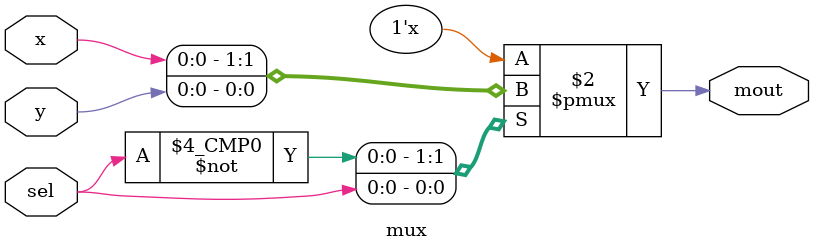
<source format=v>
`timescale 1ns / 1ps
module mux(input x,y,sel, output reg mout);
always@(*) begin
case(sel)
1'b0 : mout = x;
1'b1 : mout = y;
endcase
end

endmodule

</source>
